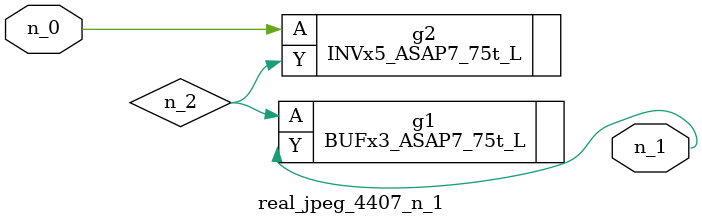
<source format=v>
module real_jpeg_4407_n_1 (n_0, n_1);

input n_0;

output n_1;

wire n_2;

INVx5_ASAP7_75t_L g2 ( 
.A(n_0),
.Y(n_2)
);

BUFx3_ASAP7_75t_L g1 ( 
.A(n_2),
.Y(n_1)
);


endmodule
</source>
